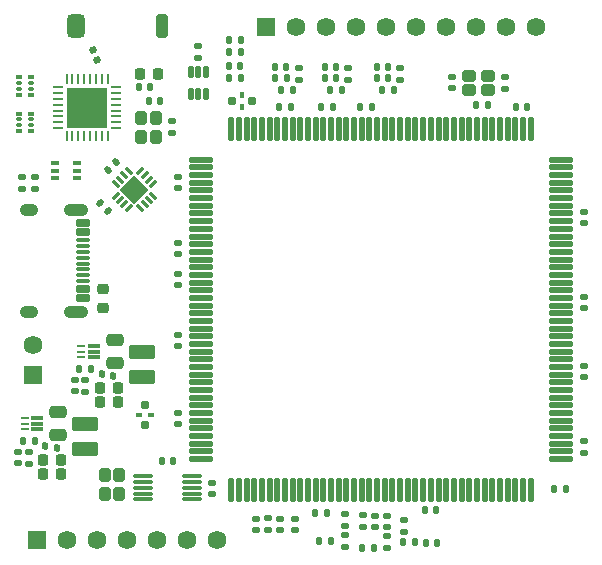
<source format=gbr>
%TF.GenerationSoftware,KiCad,Pcbnew,8.99.0-2608-ga0707285a1*%
%TF.CreationDate,2024-10-22T01:26:18-04:00*%
%TF.ProjectId,shinobi,7368696e-6f62-4692-9e6b-696361645f70,rev?*%
%TF.SameCoordinates,Original*%
%TF.FileFunction,Soldermask,Top*%
%TF.FilePolarity,Negative*%
%FSLAX46Y46*%
G04 Gerber Fmt 4.6, Leading zero omitted, Abs format (unit mm)*
G04 Created by KiCad (PCBNEW 8.99.0-2608-ga0707285a1) date 2024-10-22 01:26:18*
%MOMM*%
%LPD*%
G01*
G04 APERTURE LIST*
G04 Aperture macros list*
%AMRoundRect*
0 Rectangle with rounded corners*
0 $1 Rounding radius*
0 $2 $3 $4 $5 $6 $7 $8 $9 X,Y pos of 4 corners*
0 Add a 4 corners polygon primitive as box body*
4,1,4,$2,$3,$4,$5,$6,$7,$8,$9,$2,$3,0*
0 Add four circle primitives for the rounded corners*
1,1,$1+$1,$2,$3*
1,1,$1+$1,$4,$5*
1,1,$1+$1,$6,$7*
1,1,$1+$1,$8,$9*
0 Add four rect primitives between the rounded corners*
20,1,$1+$1,$2,$3,$4,$5,0*
20,1,$1+$1,$4,$5,$6,$7,0*
20,1,$1+$1,$6,$7,$8,$9,0*
20,1,$1+$1,$8,$9,$2,$3,0*%
%AMRotRect*
0 Rectangle, with rotation*
0 The origin of the aperture is its center*
0 $1 length*
0 $2 width*
0 $3 Rotation angle, in degrees counterclockwise*
0 Add horizontal line*
21,1,$1,$2,0,0,$3*%
G04 Aperture macros list end*
%ADD10RoundRect,0.140000X-0.170000X0.140000X-0.170000X-0.140000X0.170000X-0.140000X0.170000X0.140000X0*%
%ADD11RoundRect,0.140000X0.170000X-0.140000X0.170000X0.140000X-0.170000X0.140000X-0.170000X-0.140000X0*%
%ADD12RoundRect,0.225000X0.225000X0.250000X-0.225000X0.250000X-0.225000X-0.250000X0.225000X-0.250000X0*%
%ADD13RoundRect,0.135000X-0.135000X-0.185000X0.135000X-0.185000X0.135000X0.185000X-0.135000X0.185000X0*%
%ADD14RoundRect,0.140000X0.140000X0.170000X-0.140000X0.170000X-0.140000X-0.170000X0.140000X-0.170000X0*%
%ADD15RoundRect,0.147500X0.147500X0.172500X-0.147500X0.172500X-0.147500X-0.172500X0.147500X-0.172500X0*%
%ADD16RoundRect,0.150000X0.350000X-0.425000X0.350000X0.425000X-0.350000X0.425000X-0.350000X-0.425000X0*%
%ADD17RoundRect,0.150000X-0.350000X0.425000X-0.350000X-0.425000X0.350000X-0.425000X0.350000X0.425000X0*%
%ADD18RoundRect,0.168750X0.168750X0.206250X-0.168750X0.206250X-0.168750X-0.206250X0.168750X-0.206250X0*%
%ADD19RoundRect,0.100000X0.100000X0.162500X-0.100000X0.162500X-0.100000X-0.162500X0.100000X-0.162500X0*%
%ADD20RoundRect,0.375000X0.375000X0.625000X-0.375000X0.625000X-0.375000X-0.625000X0.375000X-0.625000X0*%
%ADD21RoundRect,0.250000X0.250000X0.750000X-0.250000X0.750000X-0.250000X-0.750000X0.250000X-0.750000X0*%
%ADD22RoundRect,0.135000X-0.185000X0.135000X-0.185000X-0.135000X0.185000X-0.135000X0.185000X0.135000X0*%
%ADD23RoundRect,0.076200X-0.923800X-0.148800X0.923800X-0.148800X0.923800X0.148800X-0.923800X0.148800X0*%
%ADD24RoundRect,0.076200X-0.148800X-0.923800X0.148800X-0.923800X0.148800X0.923800X-0.148800X0.923800X0*%
%ADD25RoundRect,0.250000X-0.850000X0.375000X-0.850000X-0.375000X0.850000X-0.375000X0.850000X0.375000X0*%
%ADD26RoundRect,0.100000X-0.225000X-0.100000X0.225000X-0.100000X0.225000X0.100000X-0.225000X0.100000X0*%
%ADD27RoundRect,0.225000X-0.250000X0.225000X-0.250000X-0.225000X0.250000X-0.225000X0.250000X0.225000X0*%
%ADD28RoundRect,0.062500X-0.291682X0.203293X0.203293X-0.291682X0.291682X-0.203293X-0.203293X0.291682X0*%
%ADD29RoundRect,0.062500X-0.291682X-0.203293X-0.203293X-0.291682X0.291682X0.203293X0.203293X0.291682X0*%
%ADD30RotRect,1.700000X1.700000X315.000000*%
%ADD31R,1.584000X1.584000*%
%ADD32C,1.584000*%
%ADD33RoundRect,0.100000X0.150000X0.100000X-0.150000X0.100000X-0.150000X-0.100000X0.150000X-0.100000X0*%
%ADD34RoundRect,0.075000X0.175000X0.075000X-0.175000X0.075000X-0.175000X-0.075000X0.175000X-0.075000X0*%
%ADD35RoundRect,0.135000X0.185000X-0.135000X0.185000X0.135000X-0.185000X0.135000X-0.185000X-0.135000X0*%
%ADD36RoundRect,0.140000X-0.140000X-0.170000X0.140000X-0.170000X0.140000X0.170000X-0.140000X0.170000X0*%
%ADD37RoundRect,0.062500X0.237500X-0.062500X0.237500X0.062500X-0.237500X0.062500X-0.237500X-0.062500X0*%
%ADD38RoundRect,0.075000X0.475000X-0.075000X0.475000X0.075000X-0.475000X0.075000X-0.475000X-0.075000X0*%
%ADD39RoundRect,0.150000X-0.425000X-0.350000X0.425000X-0.350000X0.425000X0.350000X-0.425000X0.350000X0*%
%ADD40RoundRect,0.250000X-0.475000X0.250000X-0.475000X-0.250000X0.475000X-0.250000X0.475000X0.250000X0*%
%ADD41RoundRect,0.140000X0.167393X0.143107X-0.108353X0.191728X-0.167393X-0.143107X0.108353X-0.191728X0*%
%ADD42RoundRect,0.112500X0.112500X0.387500X-0.112500X0.387500X-0.112500X-0.387500X0.112500X-0.387500X0*%
%ADD43RoundRect,0.140000X0.207631X-0.073414X0.111865X0.189700X-0.207631X0.073414X-0.111865X-0.189700X0*%
%ADD44RoundRect,0.168750X-0.206250X0.168750X-0.206250X-0.168750X0.206250X-0.168750X0.206250X0.168750X0*%
%ADD45RoundRect,0.100000X-0.162500X0.100000X-0.162500X-0.100000X0.162500X-0.100000X0.162500X0.100000X0*%
%ADD46RoundRect,0.500000X-0.300000X-0.000010X0.300000X-0.000010X0.300000X0.000010X-0.300000X0.000010X0*%
%ADD47RoundRect,0.500000X-0.550000X-0.000010X0.550000X-0.000010X0.550000X0.000010X-0.550000X0.000010X0*%
%ADD48RoundRect,0.091440X-0.480060X0.213360X-0.480060X-0.213360X0.480060X-0.213360X0.480060X0.213360X0*%
%ADD49RoundRect,0.076200X-0.495300X0.076200X-0.495300X-0.076200X0.495300X-0.076200X0.495300X0.076200X0*%
%ADD50RoundRect,0.087500X-0.725000X-0.087500X0.725000X-0.087500X0.725000X0.087500X-0.725000X0.087500X0*%
%ADD51RoundRect,0.135000X0.135000X0.185000X-0.135000X0.185000X-0.135000X-0.185000X0.135000X-0.185000X0*%
%ADD52RoundRect,0.100000X-0.150000X-0.100000X0.150000X-0.100000X0.150000X0.100000X-0.150000X0.100000X0*%
%ADD53RoundRect,0.075000X-0.175000X-0.075000X0.175000X-0.075000X0.175000X0.075000X-0.175000X0.075000X0*%
%ADD54RoundRect,0.140000X0.219203X0.021213X0.021213X0.219203X-0.219203X-0.021213X-0.021213X-0.219203X0*%
%ADD55RoundRect,0.140000X0.021213X-0.219203X0.219203X-0.021213X-0.021213X0.219203X-0.219203X0.021213X0*%
%ADD56RoundRect,0.062500X-0.062500X0.375000X-0.062500X-0.375000X0.062500X-0.375000X0.062500X0.375000X0*%
%ADD57RoundRect,0.062500X-0.375000X0.062500X-0.375000X-0.062500X0.375000X-0.062500X0.375000X0.062500X0*%
%ADD58R,3.450000X3.450000*%
%ADD59RoundRect,0.225000X-0.225000X-0.250000X0.225000X-0.250000X0.225000X0.250000X-0.225000X0.250000X0*%
G04 APERTURE END LIST*
D10*
%TO.C,C52*%
X163591900Y-87497400D03*
X163591900Y-88457400D03*
%TD*%
D11*
%TO.C,C42*%
X154518100Y-125459600D03*
X154518100Y-124499600D03*
%TD*%
D12*
%TO.C,C10*%
X135349900Y-114965000D03*
X133799900Y-114965000D03*
%TD*%
D13*
%TO.C,R16*%
X152384100Y-126757600D03*
X153404100Y-126757600D03*
%TD*%
D11*
%TO.C,C47*%
X174801100Y-112883600D03*
X174801100Y-111923600D03*
%TD*%
D14*
%TO.C,C31*%
X153008100Y-124398200D03*
X152048100Y-124398200D03*
%TD*%
D11*
%TO.C,C17*%
X139914900Y-92207400D03*
X139914900Y-91247400D03*
%TD*%
D15*
%TO.C,FB3*%
X149603100Y-87592600D03*
X148633100Y-87592600D03*
%TD*%
D11*
%TO.C,C57*%
X174801100Y-119283600D03*
X174801100Y-118323600D03*
%TD*%
D13*
%TO.C,R19*%
X159470700Y-126878000D03*
X160490700Y-126878000D03*
%TD*%
D16*
%TO.C,Y2*%
X135418100Y-122792600D03*
X135418100Y-121192600D03*
X134218100Y-121192600D03*
X134218100Y-122792600D03*
%TD*%
D17*
%TO.C,Y1*%
X137314900Y-90927400D03*
X137314900Y-92527400D03*
X138514900Y-92527400D03*
X138514900Y-90927400D03*
%TD*%
D11*
%TO.C,C46*%
X158101100Y-125586600D03*
X158101100Y-124626600D03*
%TD*%
D10*
%TO.C,C24*%
X159204900Y-86747400D03*
X159204900Y-87707400D03*
%TD*%
D18*
%TO.C,C37*%
X146656100Y-89492600D03*
D19*
X145818100Y-88979600D03*
D18*
X144981100Y-89492600D03*
D19*
X145818100Y-90005600D03*
%TD*%
D20*
%TO.C,AE1*%
X131774900Y-83127400D03*
D21*
X139024900Y-83127400D03*
%TD*%
D10*
%TO.C,C43*%
X157085100Y-124626600D03*
X157085100Y-125586600D03*
%TD*%
D22*
%TO.C,R20*%
X159548900Y-124971000D03*
X159548900Y-125991000D03*
%TD*%
D11*
%TO.C,C21*%
X142124900Y-85857400D03*
X142124900Y-84897400D03*
%TD*%
D23*
%TO.C,U7*%
X142318100Y-94492600D03*
X142318100Y-95142600D03*
X142318100Y-95792600D03*
X142318100Y-96442600D03*
X142318100Y-97092600D03*
X142318100Y-97742600D03*
X142318100Y-98392600D03*
X142318100Y-99042600D03*
X142318100Y-99692600D03*
X142318100Y-100342600D03*
X142318100Y-100992600D03*
X142318100Y-101642600D03*
X142318100Y-102292600D03*
X142318100Y-102942600D03*
X142318100Y-103592600D03*
X142318100Y-104242600D03*
X142318100Y-104892600D03*
X142318100Y-105542600D03*
X142318100Y-106192600D03*
X142318100Y-106842600D03*
X142318100Y-107492600D03*
X142318100Y-108142600D03*
X142318100Y-108792600D03*
X142318100Y-109442600D03*
X142318100Y-110092600D03*
X142318100Y-110742600D03*
X142318100Y-111392600D03*
X142318100Y-112042600D03*
X142318100Y-112692600D03*
X142318100Y-113342600D03*
X142318100Y-113992600D03*
X142318100Y-114642600D03*
X142318100Y-115292600D03*
X142318100Y-115942600D03*
X142318100Y-116592600D03*
X142318100Y-117242600D03*
X142318100Y-117892600D03*
X142318100Y-118542600D03*
X142318100Y-119192600D03*
X142318100Y-119842600D03*
D24*
X144918100Y-122442600D03*
X145568100Y-122442600D03*
X146218100Y-122442600D03*
X146868100Y-122442600D03*
X147518100Y-122442600D03*
X148168100Y-122442600D03*
X148818100Y-122442600D03*
X149468100Y-122442600D03*
X150118100Y-122442600D03*
X150768100Y-122442600D03*
X151418100Y-122442600D03*
X152068100Y-122442600D03*
X152718100Y-122442600D03*
X153368100Y-122442600D03*
X154018100Y-122442600D03*
X154668100Y-122442600D03*
X155318100Y-122442600D03*
X155968100Y-122442600D03*
X156618100Y-122442600D03*
X157268100Y-122442600D03*
X157918100Y-122442600D03*
X158568100Y-122442600D03*
X159218100Y-122442600D03*
X159868100Y-122442600D03*
X160518100Y-122442600D03*
X161168100Y-122442600D03*
X161818100Y-122442600D03*
X162468100Y-122442600D03*
X163118100Y-122442600D03*
X163768100Y-122442600D03*
X164418100Y-122442600D03*
X165068100Y-122442600D03*
X165718100Y-122442600D03*
X166368100Y-122442600D03*
X167018100Y-122442600D03*
X167668100Y-122442600D03*
X168318100Y-122442600D03*
X168968100Y-122442600D03*
X169618100Y-122442600D03*
X170268100Y-122442600D03*
D23*
X172868100Y-119842600D03*
X172868100Y-119192600D03*
X172868100Y-118542600D03*
X172868100Y-117892600D03*
X172868100Y-117242600D03*
X172868100Y-116592600D03*
X172868100Y-115942600D03*
X172868100Y-115292600D03*
X172868100Y-114642600D03*
X172868100Y-113992600D03*
X172868100Y-113342600D03*
X172868100Y-112692600D03*
X172868100Y-112042600D03*
X172868100Y-111392600D03*
X172868100Y-110742600D03*
X172868100Y-110092600D03*
X172868100Y-109442600D03*
X172868100Y-108792600D03*
X172868100Y-108142600D03*
X172868100Y-107492600D03*
X172868100Y-106842600D03*
X172868100Y-106192600D03*
X172868100Y-105542600D03*
X172868100Y-104892600D03*
X172868100Y-104242600D03*
X172868100Y-103592600D03*
X172868100Y-102942600D03*
X172868100Y-102292600D03*
X172868100Y-101642600D03*
X172868100Y-100992600D03*
X172868100Y-100342600D03*
X172868100Y-99692600D03*
X172868100Y-99042600D03*
X172868100Y-98392600D03*
X172868100Y-97742600D03*
X172868100Y-97092600D03*
X172868100Y-96442600D03*
X172868100Y-95792600D03*
X172868100Y-95142600D03*
X172868100Y-94492600D03*
D24*
X170268100Y-91892600D03*
X169618100Y-91892600D03*
X168968100Y-91892600D03*
X168318100Y-91892600D03*
X167668100Y-91892600D03*
X167018100Y-91892600D03*
X166368100Y-91892600D03*
X165718100Y-91892600D03*
X165068100Y-91892600D03*
X164418100Y-91892600D03*
X163768100Y-91892600D03*
X163118100Y-91892600D03*
X162468100Y-91892600D03*
X161818100Y-91892600D03*
X161168100Y-91892600D03*
X160518100Y-91892600D03*
X159868100Y-91892600D03*
X159218100Y-91892600D03*
X158568100Y-91892600D03*
X157918100Y-91892600D03*
X157268100Y-91892600D03*
X156618100Y-91892600D03*
X155968100Y-91892600D03*
X155318100Y-91892600D03*
X154668100Y-91892600D03*
X154018100Y-91892600D03*
X153368100Y-91892600D03*
X152718100Y-91892600D03*
X152068100Y-91892600D03*
X151418100Y-91892600D03*
X150768100Y-91892600D03*
X150118100Y-91892600D03*
X149468100Y-91892600D03*
X148818100Y-91892600D03*
X148168100Y-91892600D03*
X147518100Y-91892600D03*
X146868100Y-91892600D03*
X146218100Y-91892600D03*
X145568100Y-91892600D03*
X144918100Y-91892600D03*
%TD*%
D13*
%TO.C,R22*%
X165608100Y-89892600D03*
X166628100Y-89892600D03*
%TD*%
D25*
%TO.C,L2*%
X132564900Y-116852400D03*
X132564900Y-119002400D03*
%TD*%
D11*
%TO.C,C39*%
X150354100Y-125840600D03*
X150354100Y-124880600D03*
%TD*%
D10*
%TO.C,C44*%
X174801100Y-106123600D03*
X174801100Y-107083600D03*
%TD*%
D13*
%TO.C,R6*%
X127254900Y-118327400D03*
X128274900Y-118327400D03*
%TD*%
D26*
%TO.C,Q1*%
X129974900Y-94777400D03*
X129974900Y-95427400D03*
X129974900Y-96077400D03*
X131874900Y-96077400D03*
X131874900Y-95427400D03*
X131874900Y-94777400D03*
%TD*%
D27*
%TO.C,C3*%
X134024900Y-105452400D03*
X134024900Y-107002400D03*
%TD*%
D11*
%TO.C,C7*%
X126864900Y-120207400D03*
X126864900Y-119247400D03*
%TD*%
D10*
%TO.C,C26*%
X150614900Y-86747400D03*
X150614900Y-87707400D03*
%TD*%
D11*
%TO.C,C36*%
X147052100Y-125840600D03*
X147052100Y-124880600D03*
%TD*%
D13*
%TO.C,R11*%
X149114900Y-88627400D03*
X150134900Y-88627400D03*
%TD*%
%TO.C,R4*%
X132064900Y-112227400D03*
X133084900Y-112227400D03*
%TD*%
D10*
%TO.C,C38*%
X149084100Y-124880600D03*
X149084100Y-125840600D03*
%TD*%
D13*
%TO.C,R18*%
X156016300Y-127341800D03*
X157036300Y-127341800D03*
%TD*%
D28*
%TO.C,U3*%
X136221086Y-95462926D03*
X135867533Y-95816480D03*
X135513980Y-96170033D03*
X135160426Y-96523586D03*
D29*
X135160426Y-97531214D03*
X135513980Y-97884767D03*
X135867533Y-98238320D03*
X136221086Y-98591874D03*
D28*
X137228714Y-98591874D03*
X137582267Y-98238320D03*
X137935820Y-97884767D03*
X138289374Y-97531214D03*
D29*
X138289374Y-96523586D03*
X137935820Y-96170033D03*
X137582267Y-95816480D03*
X137228714Y-95462926D03*
D30*
X136724900Y-97027400D03*
%TD*%
D31*
%TO.C,J3*%
X147830100Y-83291600D03*
D32*
X150370100Y-83291600D03*
X152910100Y-83291600D03*
X155450100Y-83291600D03*
X157990100Y-83291600D03*
X160530100Y-83291600D03*
X163070100Y-83291600D03*
X165610100Y-83291600D03*
X168150100Y-83291600D03*
X170690100Y-83291600D03*
%TD*%
D33*
%TO.C,RN2*%
X127924900Y-88977400D03*
D34*
X127924900Y-88477400D03*
X127924900Y-87977400D03*
D33*
X127924900Y-87477400D03*
X126924900Y-87477400D03*
D34*
X126924900Y-87977400D03*
X126924900Y-88477400D03*
D33*
X126924900Y-88977400D03*
%TD*%
D10*
%TO.C,C51*%
X140401100Y-109323600D03*
X140401100Y-110283600D03*
%TD*%
D35*
%TO.C,R2*%
X128318100Y-97002600D03*
X128318100Y-95982600D03*
%TD*%
D36*
%TO.C,C19*%
X144718100Y-86592600D03*
X145678100Y-86592600D03*
%TD*%
D13*
%TO.C,R9*%
X157704900Y-88627400D03*
X158724900Y-88627400D03*
%TD*%
D14*
%TO.C,C56*%
X153516100Y-90003600D03*
X152556100Y-90003600D03*
%TD*%
D37*
%TO.C,U2*%
X127414900Y-116327400D03*
X127414900Y-116827400D03*
X127414900Y-117327400D03*
D38*
X128514900Y-117327400D03*
X128514900Y-116827400D03*
X128514900Y-116327400D03*
%TD*%
D39*
%TO.C,Y3*%
X165018100Y-88577400D03*
X166618100Y-88577400D03*
X166618100Y-87377400D03*
X165018100Y-87377400D03*
%TD*%
D35*
%TO.C,R1*%
X127218100Y-97002600D03*
X127218100Y-95982600D03*
%TD*%
%TO.C,R17*%
X158101100Y-127394600D03*
X158101100Y-126374600D03*
%TD*%
D10*
%TO.C,C55*%
X140401100Y-95923600D03*
X140401100Y-96883600D03*
%TD*%
D40*
%TO.C,C1*%
X135074900Y-109777400D03*
X135074900Y-111677400D03*
%TD*%
D35*
%TO.C,R15*%
X154518100Y-127267600D03*
X154518100Y-126247600D03*
%TD*%
D40*
%TO.C,C2*%
X130264900Y-115877400D03*
X130264900Y-117777400D03*
%TD*%
D41*
%TO.C,C8*%
X134947608Y-112810751D03*
X134002192Y-112644049D03*
%TD*%
D10*
%TO.C,C45*%
X140401100Y-115923600D03*
X140401100Y-116883600D03*
%TD*%
D11*
%TO.C,C48*%
X174801100Y-99883600D03*
X174801100Y-98923600D03*
%TD*%
D10*
%TO.C,C40*%
X140401100Y-104123600D03*
X140401100Y-105083600D03*
%TD*%
D11*
%TO.C,C22*%
X143324900Y-122807400D03*
X143324900Y-121847400D03*
%TD*%
D36*
%TO.C,C16*%
X137934900Y-89527400D03*
X138894900Y-89527400D03*
%TD*%
%TO.C,C50*%
X169038100Y-90003600D03*
X169998100Y-90003600D03*
%TD*%
D22*
%TO.C,R14*%
X156069100Y-124596600D03*
X156069100Y-125616600D03*
%TD*%
D11*
%TO.C,C6*%
X131674900Y-114107400D03*
X131674900Y-113147400D03*
%TD*%
D10*
%TO.C,C53*%
X140401100Y-101523600D03*
X140401100Y-102483600D03*
%TD*%
D36*
%TO.C,C18*%
X144744900Y-84327400D03*
X145704900Y-84327400D03*
%TD*%
D35*
%TO.C,R3*%
X132574900Y-114137400D03*
X132574900Y-113117400D03*
%TD*%
D12*
%TO.C,C14*%
X130539900Y-121065000D03*
X128989900Y-121065000D03*
%TD*%
D35*
%TO.C,R5*%
X127764900Y-120237400D03*
X127764900Y-119217400D03*
%TD*%
D42*
%TO.C,U5*%
X141474900Y-88927400D03*
X142124900Y-88927400D03*
X142774900Y-88927400D03*
X142774900Y-87027400D03*
X142124900Y-87027400D03*
X141474900Y-87027400D03*
%TD*%
D12*
%TO.C,C11*%
X130539900Y-119927400D03*
X128989900Y-119927400D03*
%TD*%
D43*
%TO.C,C23*%
X133579070Y-86078452D03*
X133250730Y-85176348D03*
%TD*%
D31*
%TO.C,J1*%
X128124900Y-112697400D03*
D32*
X128124900Y-110157400D03*
%TD*%
D36*
%TO.C,C15*%
X137094900Y-88339900D03*
X138054900Y-88339900D03*
%TD*%
%TO.C,C30*%
X139043100Y-119971600D03*
X140003100Y-119971600D03*
%TD*%
D35*
%TO.C,R13*%
X148068100Y-125870600D03*
X148068100Y-124850600D03*
%TD*%
D14*
%TO.C,C41*%
X156818100Y-90003600D03*
X155858100Y-90003600D03*
%TD*%
D36*
%TO.C,C49*%
X161405700Y-126903400D03*
X162365700Y-126903400D03*
%TD*%
D44*
%TO.C,C20*%
X137624900Y-115289400D03*
D45*
X137111900Y-116127400D03*
D44*
X137624900Y-116964400D03*
D45*
X138137900Y-116127400D03*
%TD*%
D15*
%TO.C,FB1*%
X158203100Y-87592600D03*
X157233100Y-87592600D03*
%TD*%
D10*
%TO.C,C25*%
X154804900Y-86747400D03*
X154804900Y-87707400D03*
%TD*%
D46*
%TO.C,J2*%
X127806450Y-98707400D03*
X127806450Y-107347400D03*
D47*
X131806450Y-98707400D03*
X131806450Y-107347400D03*
D48*
X132381450Y-99827400D03*
X132381450Y-100627400D03*
D49*
X132381450Y-101777400D03*
X132381450Y-102777400D03*
X132381450Y-103277400D03*
X132381450Y-104277400D03*
D48*
X132381450Y-106227400D03*
X132381450Y-105427400D03*
D49*
X132381450Y-104777459D03*
X132381450Y-103777459D03*
X132381450Y-102277460D03*
X132381450Y-101277460D03*
%TD*%
D12*
%TO.C,C13*%
X135349900Y-113827400D03*
X133799900Y-113827400D03*
%TD*%
D50*
%TO.C,U6*%
X137410600Y-121257600D03*
X137410600Y-121757600D03*
X137410600Y-122257600D03*
X137410600Y-122757600D03*
X137410600Y-123257600D03*
X141635600Y-123257600D03*
X141635600Y-122757600D03*
X141635600Y-122257600D03*
X141635600Y-121757600D03*
X141635600Y-121257600D03*
%TD*%
D37*
%TO.C,U1*%
X132224900Y-110227400D03*
X132224900Y-110727400D03*
X132224900Y-111227400D03*
D38*
X133324900Y-111227400D03*
X133324900Y-110727400D03*
X133324900Y-110227400D03*
%TD*%
D41*
%TO.C,C9*%
X130137608Y-118910751D03*
X129192192Y-118744049D03*
%TD*%
D51*
%TO.C,R21*%
X173292300Y-122356800D03*
X172272300Y-122356800D03*
%TD*%
D31*
%TO.C,J4*%
X128510100Y-126725600D03*
D32*
X131050100Y-126725600D03*
X133590100Y-126725600D03*
X136130100Y-126725600D03*
X138670100Y-126725600D03*
X141210100Y-126725600D03*
X143750100Y-126725600D03*
%TD*%
D13*
%TO.C,R10*%
X153304900Y-88627400D03*
X154324900Y-88627400D03*
%TD*%
D25*
%TO.C,L1*%
X137374900Y-110752400D03*
X137374900Y-112902400D03*
%TD*%
D52*
%TO.C,RN1*%
X126924900Y-90577400D03*
D53*
X126924900Y-91077400D03*
X126924900Y-91577400D03*
D52*
X126924900Y-92077400D03*
X127924900Y-92077400D03*
D53*
X127924900Y-91577400D03*
X127924900Y-91077400D03*
D52*
X127924900Y-90577400D03*
%TD*%
D13*
%TO.C,R12*%
X148923100Y-90003600D03*
X149943100Y-90003600D03*
%TD*%
D54*
%TO.C,C5*%
X134454311Y-98866811D03*
X133775489Y-98187989D03*
%TD*%
D11*
%TO.C,C54*%
X168091900Y-88470600D03*
X168091900Y-87510600D03*
%TD*%
D13*
%TO.C,R7*%
X144714900Y-85327400D03*
X145734900Y-85327400D03*
%TD*%
%TO.C,R8*%
X144688100Y-87592600D03*
X145708100Y-87592600D03*
%TD*%
D15*
%TO.C,FB2*%
X153803100Y-87592600D03*
X152833100Y-87592600D03*
%TD*%
D14*
%TO.C,C32*%
X162279100Y-124169600D03*
X161319100Y-124169600D03*
%TD*%
D55*
%TO.C,C4*%
X134510489Y-95391811D03*
X135189311Y-94712989D03*
%TD*%
D14*
%TO.C,C27*%
X158184900Y-86627400D03*
X157224900Y-86627400D03*
%TD*%
D56*
%TO.C,U4*%
X134474900Y-87639900D03*
X133974900Y-87639900D03*
X133474900Y-87639900D03*
X132974900Y-87639900D03*
X132474900Y-87639900D03*
X131974900Y-87639900D03*
X131474900Y-87639900D03*
X130974900Y-87639900D03*
D57*
X130287400Y-88327400D03*
X130287400Y-88827400D03*
X130287400Y-89327400D03*
X130287400Y-89827400D03*
X130287400Y-90327400D03*
X130287400Y-90827400D03*
X130287400Y-91327400D03*
X130287400Y-91827400D03*
D56*
X130974900Y-92514900D03*
X131474900Y-92514900D03*
X131974900Y-92514900D03*
X132474900Y-92514900D03*
X132974900Y-92514900D03*
X133474900Y-92514900D03*
X133974900Y-92514900D03*
X134474900Y-92514900D03*
D57*
X135162400Y-91827400D03*
X135162400Y-91327400D03*
X135162400Y-90827400D03*
X135162400Y-90327400D03*
X135162400Y-89827400D03*
X135162400Y-89327400D03*
X135162400Y-88827400D03*
X135162400Y-88327400D03*
D58*
X132724900Y-90077400D03*
%TD*%
D14*
%TO.C,C28*%
X153784900Y-86627400D03*
X152824900Y-86627400D03*
%TD*%
D59*
%TO.C,C12*%
X137199900Y-87239900D03*
X138749900Y-87239900D03*
%TD*%
D14*
%TO.C,C29*%
X149594900Y-86627400D03*
X148634900Y-86627400D03*
%TD*%
M02*

</source>
